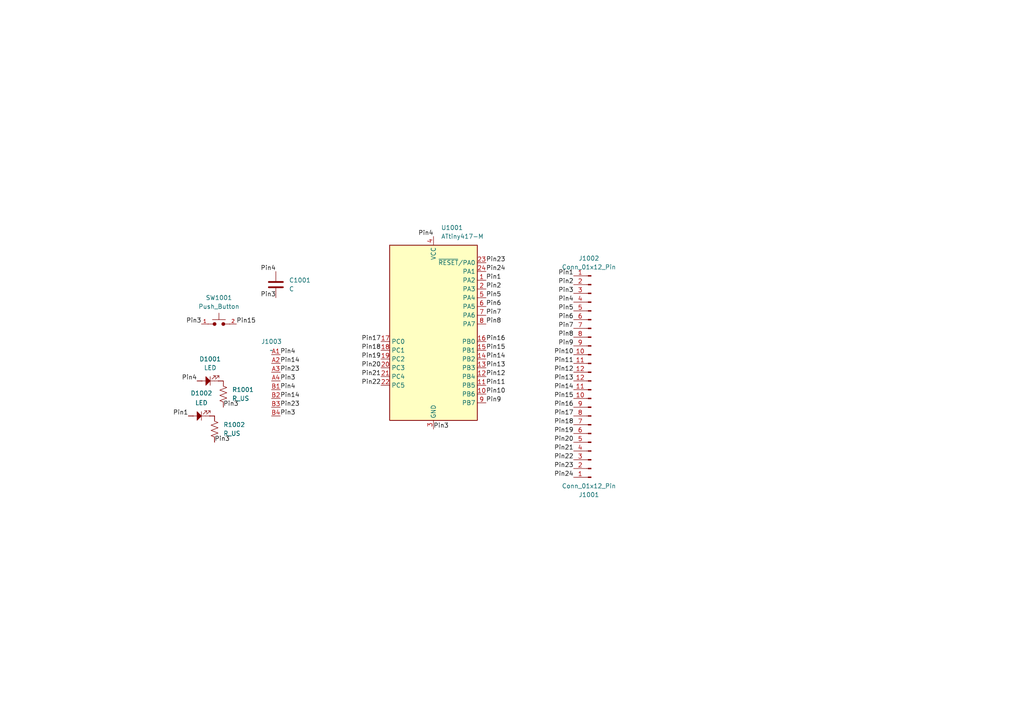
<source format=kicad_sch>
(kicad_sch (version 20250114) (generator "eeschema") (generator_version "9.0")
  (paper "A4")
  (lib_symbols
    (symbol "Connector:Conn_01x12_Pin" (pin_names (offset 1.016) (hide yes))
      (property "Reference" "J" (at 0 15.24 0))
      (property "Value" "Conn_01x12_Pin" (at 0 -17.78 0))
      (symbol "Conn_01x12_Pin_1_1"
        (rectangle (start 0.8636 12.827) (end 0 12.573) (stroke (width 0.1524)) (fill (type outline)))
        (rectangle (start 0.8636 10.287) (end 0 10.033) (stroke (width 0.1524)) (fill (type outline)))
        (rectangle (start 0.8636 7.747) (end 0 7.493) (stroke (width 0.1524)) (fill (type outline)))
        (rectangle (start 0.8636 5.207) (end 0 4.953) (stroke (width 0.1524)) (fill (type outline)))
        (rectangle (start 0.8636 2.667) (end 0 2.413) (stroke (width 0.1524)) (fill (type outline)))
        (rectangle (start 0.8636 0.127) (end 0 -0.127) (stroke (width 0.1524)) (fill (type outline)))
        (rectangle (start 0.8636 -2.413) (end 0 -2.667) (stroke (width 0.1524)) (fill (type outline)))
        (rectangle (start 0.8636 -4.953) (end 0 -5.207) (stroke (width 0.1524)) (fill (type outline)))
        (rectangle (start 0.8636 -7.493) (end 0 -7.747) (stroke (width 0.1524)) (fill (type outline)))
        (rectangle (start 0.8636 -10.033) (end 0 -10.287) (stroke (width 0.1524)) (fill (type outline)))
        (rectangle (start 0.8636 -12.573) (end 0 -12.827) (stroke (width 0.1524)) (fill (type outline)))
        (rectangle (start 0.8636 -15.113) (end 0 -15.367) (stroke (width 0.1524)) (fill (type outline)))
        (polyline (pts (xy 1.27 12.7) (xy 0.8636 12.7)) (stroke (width 0.1524)))
        (polyline (pts (xy 1.27 10.16) (xy 0.8636 10.16)) (stroke (width 0.1524)))
        (polyline (pts (xy 1.27 7.62) (xy 0.8636 7.62)) (stroke (width 0.1524)))
        (polyline (pts (xy 1.27 5.08) (xy 0.8636 5.08)) (stroke (width 0.1524)))
        (polyline (pts (xy 1.27 2.54) (xy 0.8636 2.54)) (stroke (width 0.1524)))
        (polyline (pts (xy 1.27 0) (xy 0.8636 0)) (stroke (width 0.1524)))
        (polyline (pts (xy 1.27 -2.54) (xy 0.8636 -2.54)) (stroke (width 0.1524)))
        (polyline (pts (xy 1.27 -5.08) (xy 0.8636 -5.08)) (stroke (width 0.1524)))
        (polyline (pts (xy 1.27 -7.62) (xy 0.8636 -7.62)) (stroke (width 0.1524)))
        (polyline (pts (xy 1.27 -10.16) (xy 0.8636 -10.16)) (stroke (width 0.1524)))
        (polyline (pts (xy 1.27 -12.7) (xy 0.8636 -12.7)) (stroke (width 0.1524)))
        (polyline (pts (xy 1.27 -15.24) (xy 0.8636 -15.24)) (stroke (width 0.1524)))
        (pin passive line (at 5.08 12.7 180) (length 3.81) (name "Pin_1") (number "1"))
        (pin passive line (at 5.08 10.16 180) (length 3.81) (name "Pin_2") (number "2"))
        (pin passive line (at 5.08 7.62 180) (length 3.81) (name "Pin_3") (number "3"))
        (pin passive line (at 5.08 5.08 180) (length 3.81) (name "Pin_4") (number "4"))
        (pin passive line (at 5.08 2.54 180) (length 3.81) (name "Pin_5") (number "5"))
        (pin passive line (at 5.08 0 180) (length 3.81) (name "Pin_6") (number "6"))
        (pin passive line (at 5.08 -2.54 180) (length 3.81) (name "Pin_7") (number "7"))
        (pin passive line (at 5.08 -5.08 180) (length 3.81) (name "Pin_8") (number "8"))
        (pin passive line (at 5.08 -7.62 180) (length 3.81) (name "Pin_9") (number "9"))
        (pin passive line (at 5.08 -10.16 180) (length 3.81) (name "Pin_10") (number "10"))
        (pin passive line (at 5.08 -12.7 180) (length 3.81) (name "Pin_11") (number "11"))
        (pin passive line (at 5.08 -15.24 180) (length 3.81) (name "Pin_12") (number "12"))
      )
    )
    (symbol "Device:C" (pin_numbers (hide yes)) (pin_names (offset 0.254))
      (property "Reference" "C" (at 0.635 2.54 0))
      (property "Value" "C" (at 0.635 -2.54 0))
      (symbol "C_0_1"
        (polyline (pts (xy -2.032 0.762) (xy 2.032 0.762)) (stroke (width 0.508)))
        (polyline (pts (xy -2.032 -0.762) (xy 2.032 -0.762)) (stroke (width 0.508)))
      )
      (symbol "C_1_1"
        (pin passive line (at 0 3.81 270) (length 2.794) (name "~") (number "1"))
        (pin passive line (at 0 -3.81 90) (length 2.794) (name "~") (number "2"))
      )
    )
    (symbol "Device:R_US" (pin_numbers (hide yes)) (pin_names (offset 0))
      (property "Reference" "R" (at 2.54 0 90))
      (property "Value" "R_US" (at -2.54 0 90))
      (symbol "R_US_0_1"
        (polyline (pts (xy 0 2.286) (xy 0 2.54)))
        (polyline (pts (xy 0 2.286) (xy 1.016 1.905) (xy 0 1.524) (xy -1.016 1.143) (xy 0 0.762)))
        (polyline (pts (xy 0 0.762) (xy 1.016 0.381) (xy 0 0) (xy -1.016 -0.381) (xy 0 -0.762)))
        (polyline (pts (xy 0 -0.762) (xy 1.016 -1.143) (xy 0 -1.524) (xy -1.016 -1.905) (xy 0 -2.286)))
        (polyline (pts (xy 0 -2.286) (xy 0 -2.54)))
      )
      (symbol "R_US_1_1"
        (pin passive line (at 0 3.81 270) (length 1.27) (name "~") (number "1"))
        (pin passive line (at 0 -3.81 90) (length 1.27) (name "~") (number "2"))
      )
    )
    (symbol "JSK:8-pin-clip"
      (property "Reference" "J" (at 0 0 0))
      (symbol "8-pin-clip_1_1"
        (pin passive line (at 0 -3.81 0) (length 2.54) (name "") (number "A1"))
        (pin passive line (at 0 -6.35 0) (length 2.54) (name "") (number "A2"))
        (pin passive line (at 0 -8.89 0) (length 2.54) (name "") (number "A3"))
        (pin passive line (at 0 -11.43 0) (length 2.54) (name "") (number "A4"))
        (pin passive line (at 0 -13.97 0) (length 2.54) (name "") (number "B1"))
        (pin passive line (at 0 -16.51 0) (length 2.54) (name "") (number "B2"))
        (pin passive line (at 0 -19.05 0) (length 2.54) (name "") (number "B3"))
        (pin passive line (at 0 -21.59 0) (length 2.54) (name "") (number "B4"))
      )
    )
    (symbol "MCU_Microchip_ATtiny:ATtiny417-M"
      (property "Reference" "U" (at -12.7 26.67 0))
      (property "Value" "ATtiny417-M" (at 2.54 -26.67 0))
      (symbol "ATtiny417-M_0_1"
        (rectangle (start -12.7 -25.4) (end 12.7 25.4) (stroke (width 0.254)) (fill (type background)))
      )
      (symbol "ATtiny417-M_1_1"
        (pin bidirectional line (at -15.24 -2.54 0) (length 2.54) (name "PC0") (number "17"))
        (pin bidirectional line (at -15.24 -5.08 0) (length 2.54) (name "PC1") (number "18"))
        (pin bidirectional line (at -15.24 -7.62 0) (length 2.54) (name "PC2") (number "19"))
        (pin bidirectional line (at -15.24 -10.16 0) (length 2.54) (name "PC3") (number "20"))
        (pin bidirectional line (at -15.24 -12.7 0) (length 2.54) (name "PC4") (number "21"))
        (pin bidirectional line (at -15.24 -15.24 0) (length 2.54) (name "PC5") (number "22"))
        (pin power_in line (at 0 27.94 270) (length 2.54) (name "VCC") (number "4"))
        (pin passive line (at 0 -27.94 90) (length 2.54) (hide yes) (name "GND") (number "25"))
        (pin power_in line (at 0 -27.94 90) (length 2.54) (name "GND") (number "3"))
        (pin bidirectional line (at 15.24 20.32 180) (length 2.54) (name "~{RESET}/PA0") (number "23"))
        (pin bidirectional line (at 15.24 17.78 180) (length 2.54) (name "PA1") (number "24"))
        (pin bidirectional line (at 15.24 15.24 180) (length 2.54) (name "PA2") (number "1"))
        (pin bidirectional line (at 15.24 12.7 180) (length 2.54) (name "PA3") (number "2"))
        (pin bidirectional line (at 15.24 10.16 180) (length 2.54) (name "PA4") (number "5"))
        (pin bidirectional line (at 15.24 7.62 180) (length 2.54) (name "PA5") (number "6"))
        (pin bidirectional line (at 15.24 5.08 180) (length 2.54) (name "PA6") (number "7"))
        (pin bidirectional line (at 15.24 2.54 180) (length 2.54) (name "PA7") (number "8"))
        (pin bidirectional line (at 15.24 -2.54 180) (length 2.54) (name "PB0") (number "16"))
        (pin bidirectional line (at 15.24 -5.08 180) (length 2.54) (name "PB1") (number "15"))
        (pin bidirectional line (at 15.24 -7.62 180) (length 2.54) (name "PB2") (number "14"))
        (pin bidirectional line (at 15.24 -10.16 180) (length 2.54) (name "PB3") (number "13"))
        (pin bidirectional line (at 15.24 -12.7 180) (length 2.54) (name "PB4") (number "12"))
        (pin bidirectional line (at 15.24 -15.24 180) (length 2.54) (name "PB5") (number "11"))
        (pin bidirectional line (at 15.24 -17.78 180) (length 2.54) (name "PB6") (number "10"))
        (pin bidirectional line (at 15.24 -20.32 180) (length 2.54) (name "PB7") (number "9"))
      )
    )
    (symbol "PCM_SL_Devices:LED"
      (property "Reference" "D" (at -0.508 5.334 0))
      (property "Value" "LED" (at -0.508 2.794 0))
      (symbol "LED_0_1"
        (polyline (pts (xy -1.27 0) (xy -2.54 0)))
        (polyline (pts (xy 0 1.27) (xy 0 -1.27)))
        (polyline (pts (xy 0 0) (xy -1.27 -1.27) (xy -1.27 1.27) (xy 0 0) (xy 1.27 0)) (fill (type outline)))
        (polyline (pts (xy 0.508 0.508) (xy 1.524 1.524)))
        (polyline (pts (xy 1.27 0) (xy 2.54 0)))
        (polyline (pts (xy 1.524 1.524) (xy 0.889 1.524)))
        (polyline (pts (xy 1.524 1.524) (xy 1.524 0.889)))
        (polyline (pts (xy 1.524 0.508) (xy 2.54 1.524)))
        (polyline (pts (xy 2.54 1.524) (xy 1.905 1.524)))
        (polyline (pts (xy 2.54 1.524) (xy 2.54 0.889)))
      )
      (symbol "LED_1_1"
        (pin passive line (at -3.81 0 0) (length 1.5) (name "") (number "2"))
        (pin passive line (at 3.81 0 180) (length 1.5) (name "~") (number "1"))
      )
    )
    (symbol "PCM_SL_Devices:Push_Button"
      (property "Reference" "SW" (at 0 6.35 0))
      (property "Value" "Push_Button" (at 0 4.445 0))
      (symbol "Push_Button_0_1"
        (polyline (pts (xy -3.175 0) (xy -1.778 0)))
        (polyline (pts (xy -1.905 1.27) (xy 1.905 1.27)))
        (circle (center -1.27 0) (radius 0.4579) (fill (type outline)))
        (polyline (pts (xy 0 1.27) (xy 0 3.175)))
        (circle (center 1.27 0) (radius 0.4579) (fill (type outline)))
        (polyline (pts (xy 1.778 0) (xy 3.175 0)))
      )
      (symbol "Push_Button_1_1"
        (pin passive line (at -5.08 0 0) (length 2) (name "") (number "1"))
        (pin passive line (at 5.08 0 180) (length 2) (name "") (number "2"))
      )
    )
  )
  (label "Pin2" (at 166.37 82.55 180))
  (label "Pin23" (at 81.28 107.95 0))
  (label "Pin14" (at 81.28 105.41 0))
  (label "Pin3" (at 64.77 118.11 0))
  (label "Pin10" (at 140.97 114.3 0))
  (label "Pin4" (at 166.37 87.63 180))
  (label "Pin1" (at 140.97 81.28 0))
  (label "Pin12" (at 140.97 109.22 0))
  (label "Pin1" (at 54.61 120.65 180))
  (label "Pin10" (at 166.37 102.87 180))
  (label "Pin22" (at 110.49 111.76 180))
  (label "Pin11" (at 140.97 111.76 0))
  (label "Pin4" (at 57.15 110.49 180))
  (label "Pin4" (at 81.28 113.03 0))
  (label "Pin3" (at 80.01 86.36 180))
  (label "Pin14" (at 166.37 113.03 180))
  (label "Pin21" (at 110.49 109.22 180))
  (label "Pin3" (at 166.37 85.09 180))
  (label "Pin12" (at 166.37 107.95 180))
  (label "Pin3" (at 62.23 128.27 0))
  (label "Pin4" (at 125.73 68.58 180))
  (label "Pin20" (at 110.49 106.68 180))
  (label "Pin9" (at 140.97 116.84 0))
  (label "Pin4" (at 80.01 78.74 180))
  (label "Pin16" (at 166.37 118.11 180))
  (label "Pin15" (at 166.37 115.57 180))
  (label "Pin21" (at 166.37 130.81 180))
  (label "Pin20" (at 166.37 128.27 180))
  (label "Pin13" (at 166.37 110.49 180))
  (label "Pin15" (at 140.97 101.6 0))
  (label "Pin11" (at 166.37 105.41 180))
  (label "Pin14" (at 140.97 104.14 0))
  (label "Pin7" (at 140.97 91.44 0))
  (label "Pin3" (at 81.28 120.65 0))
  (label "Pin1" (at 166.37 80.01 180))
  (label "Pin15" (at 68.58 93.98 0))
  (label "Pin23" (at 166.37 135.89 180))
  (label "Pin24" (at 140.97 78.74 0))
  (label "Pin19" (at 166.37 125.73 180))
  (label "Pin3" (at 125.73 124.46 0))
  (label "Pin17" (at 110.49 99.06 180))
  (label "Pin3" (at 58.42 93.98 180))
  (label "Pin5" (at 166.37 90.17 180))
  (label "Pin18" (at 110.49 101.6 180))
  (label "Pin6" (at 166.37 92.71 180))
  (label "Pin7" (at 166.37 95.25 180))
  (label "Pin14" (at 81.28 115.57 0))
  (label "Pin5" (at 140.97 86.36 0))
  (label "Pin16" (at 140.97 99.06 0))
  (label "Pin4" (at 81.28 102.87 0))
  (label "Pin13" (at 140.97 106.68 0))
  (label "Pin3" (at 81.28 110.49 0))
  (label "Pin19" (at 110.49 104.14 180))
  (label "Pin8" (at 166.37 97.79 180))
  (label "Pin23" (at 81.28 118.11 0))
  (label "Pin6" (at 140.97 88.9 0))
  (label "Pin17" (at 166.37 120.65 180))
  (label "Pin9" (at 166.37 100.33 180))
  (label "Pin24" (at 166.37 138.43 180))
  (label "Pin22" (at 166.37 133.35 180))
  (label "Pin18" (at 166.37 123.19 180))
  (label "Pin2" (at 140.97 83.82 0))
  (label "Pin8" (at 140.97 93.98 0))
  (label "Pin23" (at 140.97 76.2 0))
  (symbol (lib_id "MCU_Microchip_ATtiny:ATtiny417-M") (at 125.73 96.52 0) (unit 1)
    (property "Reference" "U1001" (at 127.9241 66.04 0) (effects (justify left)))
    (property "Value" "ATtiny417-M" (at 127.9241 68.58 0) (effects (justify left)))
    (property "Footprint" "Package_DFN_QFN:QFN-24-1EP_4x4mm_P0.5mm_EP2.6x2.6mm" (effects (hide yes)))
    (property "Datasheet" "http://ww1.microchip.com/downloads/en/DeviceDoc/40001901B.pdf" (effects (hide yes)))
    (property "Description" "20MHz, 4kB Flash, 256B SRAM, 128B EEPROM, VQFN-24" (effects (hide yes)))
  )
  (symbol (lib_id "PCM_SL_Devices:LED") (at 60.96 110.49 0) (unit 1)
    (property "Reference" "D1001" (at 60.96 104.14 0))
    (property "Value" "LED" (at 60.96 106.68 0))
    (property "Footprint" "JSK:LED_0402_1005Metric" (effects (hide yes)))
    (property "Description" "Common 5mm diameter LED" (effects (hide yes)))
  )
  (symbol (lib_id "PCM_SL_Devices:Push_Button") (at 63.5 93.98 0) (unit 1)
    (property "Reference" "SW1001" (at 63.5 86.36 0))
    (property "Value" "Push_Button" (at 63.5 88.9 0))
    (property "Footprint" "Button_Switch_THT:SW_PUSH_6mm" (effects (hide yes)))
    (property "Description" "Common 6mmx6mm Push Button" (effects (hide yes)))
  )
  (symbol (lib_id "Connector:Conn_01x12_Pin") (at 171.45 125.73 180) (unit 1)
    (property "Reference" "J1001" (at 170.815 143.51 0))
    (property "Value" "Conn_01x12_Pin" (at 170.815 140.97 0))
    (property "Footprint" "Connector_PinHeader_2.54mm:PinHeader_1x12_P2.54mm_Vertical" (effects (hide yes)))
    (property "Description" "Generic connector, single row, 01x12, script generated" (effects (hide yes)))
  )
  (symbol (lib_id "PCM_SL_Devices:LED") (at 58.42 120.65 0) (unit 1)
    (property "Reference" "D1002" (at 58.42 114.046 0))
    (property "Value" "LED" (at 58.42 116.84 0))
    (property "Footprint" "JSK:LED_0402_1005Metric" (effects (hide yes)))
    (property "Description" "Common 5mm diameter LED" (effects (hide yes)))
  )
  (symbol (lib_id "Device:R_US") (at 64.77 114.3 0) (unit 1)
    (property "Reference" "R1001" (at 67.31 113.0299 0) (effects (justify left)))
    (property "Value" "R_US" (at 67.31 115.5699 0) (effects (justify left)))
    (property "Footprint" "Resistor_SMD:R_0402_1005Metric" (effects (hide yes)))
    (property "Description" "Resistor, US symbol" (effects (hide yes)))
  )
  (symbol (lib_id "Device:R_US") (at 62.23 124.46 0) (unit 1)
    (property "Reference" "R1002" (at 64.77 123.1899 0) (effects (justify left)))
    (property "Value" "R_US" (at 64.77 125.7299 0) (effects (justify left)))
    (property "Footprint" "Resistor_SMD:R_0402_1005Metric" (effects (hide yes)))
    (property "Description" "Resistor, US symbol" (effects (hide yes)))
  )
  (symbol (lib_id "JSK:8-pin-clip") (at 81.28 99.06 0) (mirror y) (unit 1)
    (property "Reference" "J1003" (at 78.74 99.06 0))
    (property "Value" "~" (at 78.74 101.6 0))
    (property "Footprint" "JSK:8-pin-clip" (effects (hide yes)))
  )
  (symbol (lib_id "Connector:Conn_01x12_Pin") (at 171.45 92.71 0) (mirror y) (unit 1)
    (property "Reference" "J1002" (at 170.815 74.93 0))
    (property "Value" "Conn_01x12_Pin" (at 170.815 77.47 0))
    (property "Footprint" "Connector_PinHeader_2.54mm:PinHeader_1x12_P2.54mm_Vertical" (effects (hide yes)))
    (property "Description" "Generic connector, single row, 01x12, script generated" (effects (hide yes)))
  )
  (symbol (lib_id "Device:C") (at 80.01 82.55 0) (unit 1)
    (property "Reference" "C1001" (at 83.82 81.2799 0) (effects (justify left)))
    (property "Value" "C" (at 83.82 83.8199 0) (effects (justify left)))
    (property "Footprint" "Capacitor_SMD:C_0402_1005Metric" (effects (hide yes)))
    (property "Description" "Unpolarized capacitor" (effects (hide yes)))
  )
)
</source>
